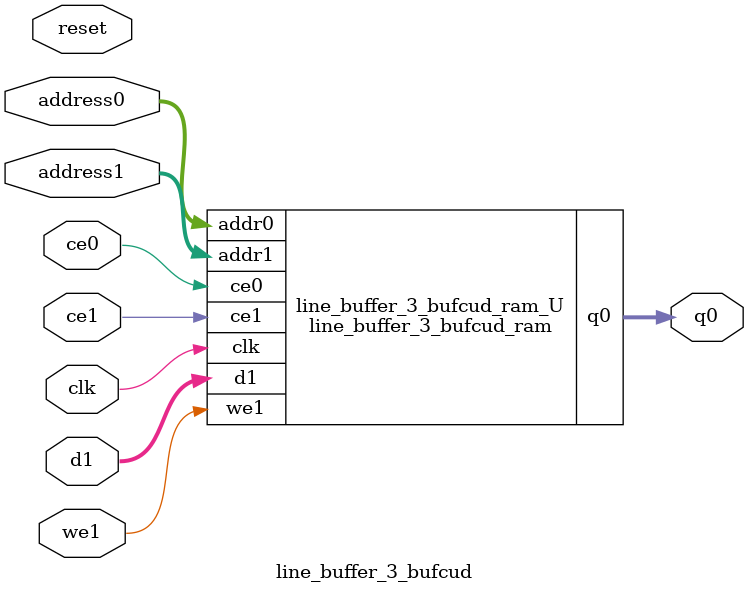
<source format=v>

`timescale 1 ns / 1 ps
module line_buffer_3_bufcud_ram (addr0, ce0, q0, addr1, ce1, d1, we1,  clk);

parameter DWIDTH = 16;
parameter AWIDTH = 11;
parameter MEM_SIZE = 1040;

input[AWIDTH-1:0] addr0;
input ce0;
output reg[DWIDTH-1:0] q0;
input[AWIDTH-1:0] addr1;
input ce1;
input[DWIDTH-1:0] d1;
input we1;
input clk;

(* ram_style = "block" *)reg [DWIDTH-1:0] ram[0:MEM_SIZE-1];




always @(posedge clk)  
begin 
    if (ce0) 
    begin
            q0 <= ram[addr0];
    end
end


always @(posedge clk)  
begin 
    if (ce1) 
    begin
        if (we1) 
        begin 
            ram[addr1] <= d1; 
        end 
    end
end


endmodule


`timescale 1 ns / 1 ps
module line_buffer_3_bufcud(
    reset,
    clk,
    address0,
    ce0,
    q0,
    address1,
    ce1,
    we1,
    d1);

parameter DataWidth = 32'd16;
parameter AddressRange = 32'd1040;
parameter AddressWidth = 32'd11;
input reset;
input clk;
input[AddressWidth - 1:0] address0;
input ce0;
output[DataWidth - 1:0] q0;
input[AddressWidth - 1:0] address1;
input ce1;
input we1;
input[DataWidth - 1:0] d1;



line_buffer_3_bufcud_ram line_buffer_3_bufcud_ram_U(
    .clk( clk ),
    .addr0( address0 ),
    .ce0( ce0 ),
    .q0( q0 ),
    .addr1( address1 ),
    .ce1( ce1 ),
    .d1( d1 ),
    .we1( we1 ));

endmodule


</source>
